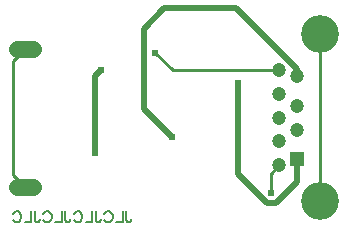
<source format=gbl>
G04 Layer: BottomLayer*
G04 EasyEDA v6.5.5, 2022-06-29 11:53:04*
G04 45b2c0bde71c4c1c92ce3b501ee4c66e,9bf960991b9d4efa812b5d32ee5e6833,10*
G04 Gerber Generator version 0.2*
G04 Scale: 100 percent, Rotated: No, Reflected: No *
G04 Dimensions in millimeters *
G04 leading zeros omitted , absolute positions ,4 integer and 5 decimal *
%FSLAX45Y45*%
%MOMM*%

%ADD10C,0.2540*%
%ADD11C,0.5000*%
%ADD12C,0.6100*%
%ADD17C,3.2000*%
%ADD19C,1.1989*%
%ADD20C,1.4079*%
%ADD21C,0.2032*%

%LPD*%
D21*
X1808746Y7009709D02*
G01*
X1808746Y6936981D01*
X1813290Y6923346D01*
X1817837Y6918799D01*
X1826928Y6914253D01*
X1836018Y6914253D01*
X1845109Y6918799D01*
X1849653Y6923346D01*
X1854200Y6936981D01*
X1854200Y6946071D01*
X1778746Y7009709D02*
G01*
X1778746Y6914253D01*
X1778746Y6914253D02*
G01*
X1724200Y6914253D01*
X1626019Y6986981D02*
G01*
X1630563Y6996071D01*
X1639653Y7005162D01*
X1648747Y7009709D01*
X1666928Y7009709D01*
X1676019Y7005162D01*
X1685109Y6996071D01*
X1689653Y6986981D01*
X1694200Y6973346D01*
X1694200Y6950618D01*
X1689653Y6936981D01*
X1685109Y6927890D01*
X1676019Y6918799D01*
X1666928Y6914253D01*
X1648747Y6914253D01*
X1639653Y6918799D01*
X1630563Y6927890D01*
X1626019Y6936981D01*
X1550563Y7009709D02*
G01*
X1550563Y6936981D01*
X1555109Y6923346D01*
X1559653Y6918799D01*
X1568747Y6914253D01*
X1577837Y6914253D01*
X1586928Y6918799D01*
X1591472Y6923346D01*
X1596019Y6936981D01*
X1596019Y6946071D01*
X1520563Y7009709D02*
G01*
X1520563Y6914253D01*
X1520563Y6914253D02*
G01*
X1466019Y6914253D01*
X1367838Y6986981D02*
G01*
X1372382Y6996071D01*
X1381472Y7005162D01*
X1390563Y7009709D01*
X1408747Y7009709D01*
X1417838Y7005162D01*
X1426928Y6996071D01*
X1431472Y6986981D01*
X1436019Y6973346D01*
X1436019Y6950618D01*
X1431472Y6936981D01*
X1426928Y6927890D01*
X1417838Y6918799D01*
X1408747Y6914253D01*
X1390563Y6914253D01*
X1381472Y6918799D01*
X1372382Y6927890D01*
X1367838Y6936981D01*
X1292382Y7009709D02*
G01*
X1292382Y6936981D01*
X1296929Y6923346D01*
X1301473Y6918799D01*
X1310563Y6914253D01*
X1319654Y6914253D01*
X1328747Y6918799D01*
X1333291Y6923346D01*
X1337838Y6936981D01*
X1337838Y6946071D01*
X1262382Y7009709D02*
G01*
X1262382Y6914253D01*
X1262382Y6914253D02*
G01*
X1207838Y6914253D01*
X1109654Y6986981D02*
G01*
X1114201Y6996071D01*
X1123292Y7005162D01*
X1132382Y7009709D01*
X1150564Y7009709D01*
X1159654Y7005162D01*
X1168747Y6996071D01*
X1173292Y6986981D01*
X1177838Y6973346D01*
X1177838Y6950618D01*
X1173292Y6936981D01*
X1168747Y6927890D01*
X1159654Y6918799D01*
X1150564Y6914253D01*
X1132382Y6914253D01*
X1123292Y6918799D01*
X1114201Y6927890D01*
X1109654Y6936981D01*
X1034201Y7009709D02*
G01*
X1034201Y6936981D01*
X1038748Y6923346D01*
X1043292Y6918799D01*
X1052382Y6914253D01*
X1061473Y6914253D01*
X1070564Y6918799D01*
X1075110Y6923346D01*
X1079654Y6936981D01*
X1079654Y6946071D01*
X1004201Y7009709D02*
G01*
X1004201Y6914253D01*
X1004201Y6914253D02*
G01*
X949655Y6914253D01*
X851474Y6986981D02*
G01*
X856020Y6996071D01*
X865111Y7005162D01*
X874201Y7009709D01*
X892383Y7009709D01*
X901473Y7005162D01*
X910564Y6996071D01*
X915111Y6986981D01*
X919655Y6973346D01*
X919655Y6950618D01*
X915111Y6936981D01*
X910564Y6927890D01*
X901473Y6918799D01*
X892383Y6914253D01*
X874201Y6914253D01*
X865111Y6918799D01*
X856020Y6927890D01*
X851474Y6936981D01*
D11*
X3254504Y8149998D02*
G01*
X3254504Y8209714D01*
X2738986Y8725232D01*
X2132637Y8725232D01*
X1961644Y8554239D01*
X1961644Y7875526D01*
X2196873Y7640297D01*
X1593827Y8204202D02*
G01*
X1545719Y8156094D01*
X1545719Y7499987D01*
X1545694Y7499987D01*
X3254402Y7449974D02*
G01*
X3254402Y7258357D01*
X3074926Y7078880D01*
X2998904Y7078880D01*
X2754861Y7322924D01*
X2754861Y8096506D01*
D10*
X3104390Y7399936D02*
G01*
X3032229Y7327775D01*
X3032229Y7166053D01*
X3104390Y8200036D02*
G01*
X2202131Y8200036D01*
X2057986Y8344181D01*
X952502Y7214999D02*
G01*
X851156Y7316345D01*
X851156Y8283628D01*
X952502Y8384974D01*
X3454402Y8506868D02*
G01*
X3454402Y7093104D01*
D17*
G01*
X3454400Y7093102D03*
G01*
X3454400Y8506866D03*
G36*
X3194456Y7389977D02*
G01*
X3194456Y7509967D01*
X3314344Y7509967D01*
X3314344Y7389977D01*
G37*
D19*
G01*
X3254502Y7699908D03*
G01*
X3254502Y7900060D03*
G01*
X3254502Y8149996D03*
G01*
X3104388Y7399934D03*
G01*
X3104388Y7600086D03*
G01*
X3104388Y7799984D03*
G01*
X3104388Y7999882D03*
G01*
X3104388Y8200034D03*
D12*
G01*
X2196871Y7640294D03*
G01*
X1593824Y8204200D03*
G01*
X1545691Y7499985D03*
G01*
X2754858Y8096504D03*
G01*
X3032226Y7166051D03*
G01*
X2057984Y8344179D03*
D20*
X1022908Y8384971D02*
G01*
X882091Y8384971D01*
X1022908Y7214996D02*
G01*
X882091Y7214996D01*
M02*

</source>
